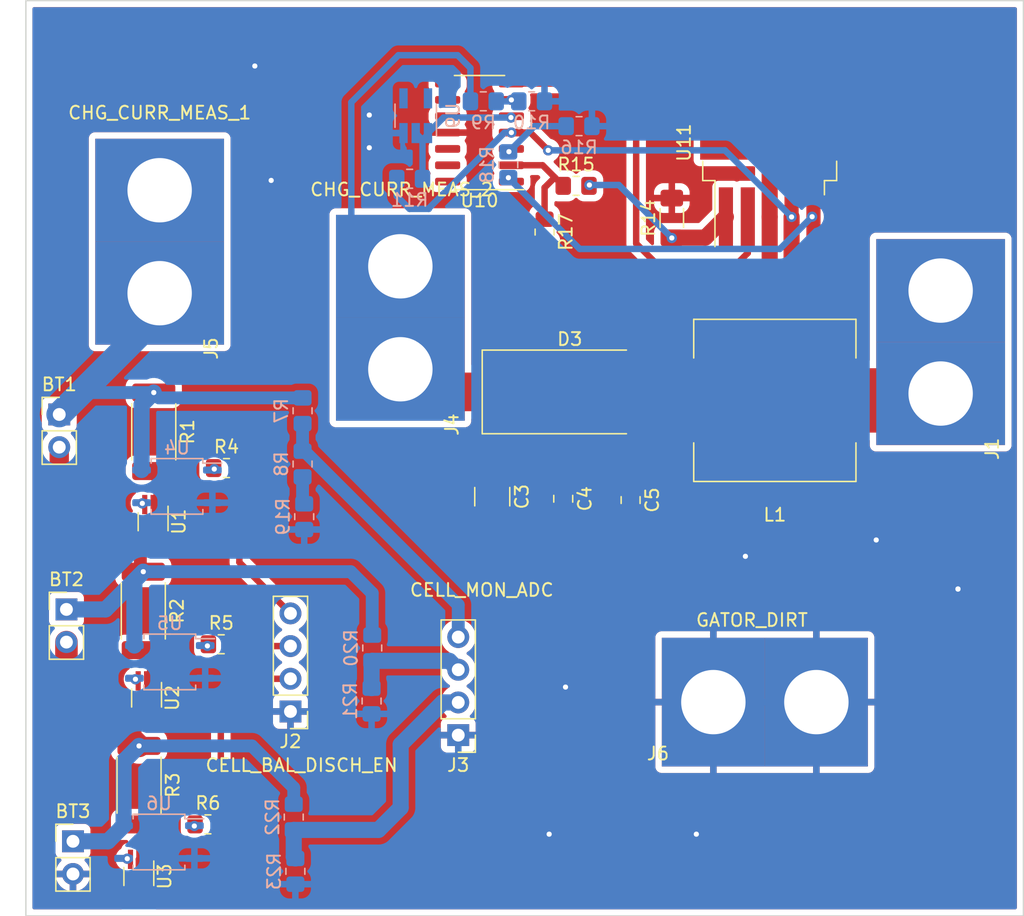
<source format=kicad_pcb>
(kicad_pcb (version 20211014) (generator pcbnew)
  (layers (0 "F.Cu" signal) (31 "B.Cu" signal) (34 "B.Paste" user) (35 "F.Paste" user) (36 "B.SilkS" user "B.Silkscreen") (37 "F.SilkS" user "F.Silkscreen") (38 "B.Mask" user) (39 "F.Mask" user) (44 "Edge.Cuts" user))
  (net 0 "")
  (net 1 "GND")
  (net 2 "+BATT")
  (net 3 "Net-(D3-Pad2)")
  (net 4 "VBUS")
  (net 5 "Net-(R1-Pad2)")
  (net 6 "Net-(BT1-Pad2)")
  (net 7 "Net-(R2-Pad2)")
  (net 8 "Net-(BT2-Pad2)")
  (net 9 "Net-(R3-Pad2)")
  (net 10 "Net-(R5-Pad1)")
  (net 11 "Net-(R6-Pad1)")
  (net 12 "Net-(J2-Pad4)")
  (net 13 "Net-(J2-Pad3)")
  (net 14 "Net-(J2-Pad2)")
  (net 15 "Net-(R14-Pad1)")
  (net 16 "Net-(U1-Pad3)")
  (net 17 "Net-(U2-Pad3)")
  (net 18 "Net-(U3-Pad3)")
  (net 19 "Net-(U10-Pad7)")
  (net 20 "Net-(R18-Pad2)")
  (net 21 "Net-(J3-Pad2)")
  (net 22 "Net-(J3-Pad3)")
  (net 23 "Net-(J3-Pad4)")
  (net 24 "Net-(R4-Pad1)")
  (net 25 "Net-(R19-Pad1)")
  (net 26 "Net-(R10-Pad1)")
  (net 27 "Net-(R11-Pad2)")
  (net 28 "Net-(R15-Pad1)")
  (net 29 "Net-(R16-Pad1)")
  (net 30 "Net-(BT1-Pad1)")
  (footprint "Resistor_SMD:R_2512_6332Metric_Pad1.40x3.35mm_HandSolder" (layer "F.Cu") (at 31.9786 107.1138 -90)
    (fp_text reference "R2" (at 0 -2.62 90) (layer "F.SilkS"))
    (fp_text value "28.7")
    (pad "1" smd roundrect (at -3.05 0 270) (size 1.4 3.35) (layers "F.Cu" "F.Paste" "F.Mask") (roundrect_rratio 0.1785707143) (net 6 "Net-(BT1-Pad2)"))
    (pad "2" smd roundrect (at 3.05 0 270) (size 1.4 3.35) (layers "F.Cu" "F.Paste" "F.Mask") (roundrect_rratio 0.1785707143) (net 7 "Net-(R2-Pad2)"))
  )
  (footprint "Package_TO_SOT_SMD:TO-263-5_TabPin3" (layer "F.Cu") (at 80.626 70.7224 90)
    (fp_text reference "U11" (at 0 -6.65 90) (layer "F.SilkS"))
    (fp_text value "XL6009")
    (pad "1" smd rect (at -5.775 -3.4 90) (size 4.6 1.1) (layers "F.Cu" "F.Paste" "F.Mask") (net 15 "Net-(R14-Pad1)"))
    (pad "2" smd rect (at -5.775 -1.7 90) (size 4.6 1.1) (layers "F.Cu" "F.Paste" "F.Mask") (net 19 "Net-(U10-Pad7)"))
    (pad "3" smd rect (at -5.775 0 90) (size 4.6 1.1) (layers "F.Cu" "F.Paste" "F.Mask") (net 3 "Net-(D3-Pad2)"))
    (pad "3" smd rect (at 3.375 0 90) (size 9.4 10.8) (layers "F.Cu" "F.Mask") (net 3 "Net-(D3-Pad2)"))
    (pad "4" smd rect (at -5.775 1.7 90) (size 4.6 1.1) (layers "F.Cu" "F.Paste" "F.Mask") (net 4 "VBUS"))
    (pad "5" smd rect (at -5.775 3.4 90) (size 4.6 1.1) (layers "F.Cu" "F.Paste" "F.Mask") (net 20 "Net-(R18-Pad2)"))
  )
  (footprint "1KicadLib:GatorTestpoint" (layer "F.Cu") (at 71.7518 112.8984)
    (fp_text reference "J6" (at 0.2 5.3) (layer "F.SilkS"))
    (fp_text value "GATOR_DIRT" (at 7.4962 -5.0754) (layer "F.SilkS"))
    (pad "1" thru_hole rect locked (at 4.5 1.3) (size 8 10) (drill 5) (layers *.Cu *.Mask) (net 1 "GND"))
    (pad "1" thru_hole rect locked (at 12.5 1.3) (size 8 10) (drill 5) (layers *.Cu *.Mask) (net 1 "GND"))
  )
  (footprint "Resistor_SMD:R_0805_2012Metric_Pad1.20x1.40mm_HandSolder" (layer "F.Cu") (at 65.5922 74.0824)
    (fp_text reference "R15" (at 0 -1.65) (layer "F.SilkS"))
    (fp_text value "1k")
    (pad "1" smd roundrect (at -1 0) (size 1.2 1.4) (layers "F.Cu" "F.Paste" "F.Mask") (roundrect_rratio 0.2083333333) (net 28 "Net-(R15-Pad1)"))
    (pad "2" smd roundrect (at 1 0) (size 1.2 1.4) (layers "F.Cu" "F.Paste" "F.Mask") (roundrect_rratio 0.2083333333) (net 15 "Net-(R14-Pad1)"))
  )
  (footprint "Package_SO:SOIC-14_3.9x8.7mm_P1.27mm" (layer "F.Cu") (at 58.0898 69.9422 180)
    (fp_text reference "U10" (at 0 -5.28) (layer "F.SilkS"))
    (fp_text value "LM324")
    (pad "1" smd roundrect (at -2.475 -3.81 180) (size 1.95 0.6) (layers "F.Cu" "F.Paste" "F.Mask") (net 20 "Net-(R18-Pad2)"))
    (pad "2" smd roundrect (at -2.475 -2.54 180) (size 1.95 0.6) (layers "F.Cu" "F.Paste" "F.Mask") (net 28 "Net-(R15-Pad1)"))
    (pad "3" smd roundrect (at -2.475 -1.27 180) (size 1.95 0.6) (layers "F.Cu" "F.Paste" "F.Mask") (net 29 "Net-(R16-Pad1)"))
    (pad "4" smd roundrect (at -2.475 0 180) (size 1.95 0.6) (layers "F.Cu" "F.Paste" "F.Mask") (net 4 "VBUS"))
    (pad "5" smd roundrect (at -2.475 1.27 180) (size 1.95 0.6) (layers "F.Cu" "F.Paste" "F.Mask") (net 27 "Net-(R11-Pad2)"))
    (pad "6" smd roundrect (at -2.475 2.54 180) (size 1.95 0.6) (layers "F.Cu" "F.Paste" "F.Mask") (net 26 "Net-(R10-Pad1)"))
    (pad "7" smd roundrect (at -2.475 3.81 180) (size 1.95 0.6) (layers "F.Cu" "F.Paste" "F.Mask") (net 19 "Net-(U10-Pad7)"))
    (pad "8" smd roundrect (at 2.475 3.81 180) (size 1.95 0.6) (layers "F.Cu" "F.Paste" "F.Mask"))
    (pad "9" smd roundrect (at 2.475 2.54 180) (size 1.95 0.6) (layers "F.Cu" "F.Paste" "F.Mask"))
    (pad "10" smd roundrect (at 2.475 1.27 180) (size 1.95 0.6) (layers "F.Cu" "F.Paste" "F.Mask"))
    (pad "11" smd roundrect (at 2.475 0 180) (size 1.95 0.6) (layers "F.Cu" "F.Paste" "F.Mask") (net 1 "GND"))
    (pad "12" smd roundrect (at 2.475 -1.27 180) (size 1.95 0.6) (layers "F.Cu" "F.Paste" "F.Mask"))
    (pad "13" smd roundrect (at 2.475 -2.54 180) (size 1.95 0.6) (layers "F.Cu" "F.Paste" "F.Mask"))
    (pad "14" smd roundrect (at 2.475 -3.81 180) (size 1.95 0.6) (layers "F.Cu" "F.Paste" "F.Mask"))
  )
  (footprint "1KicadLib:GatorTestpoint" (layer "F.Cu") (at 31.9486 86.922 90)
    (fp_text reference "J5" (at 0.2 5.3 90) (layer "F.SilkS"))
    (fp_text value "CHG_CURR_MEAS_1" (at 18.5198 1.3 180) (layer "F.SilkS"))
    (pad "1" thru_hole rect locked (at 12.5 1.3 90) (size 8 10) (drill 5) (layers *.Cu *.Mask) (net 30 "Net-(BT1-Pad1)"))
    (pad "1" thru_hole rect locked (at 4.5 1.3 90) (size 8 10) (drill 5) (layers *.Cu *.Mask) (net 30 "Net-(BT1-Pad1)"))
  )
  (footprint "Resistor_SMD:R_0805_2012Metric_Pad1.20x1.40mm_HandSolder" (layer "F.Cu") (at 38.4396 96.012)
    (fp_text reference "R4" (at 0 -1.65) (layer "F.SilkS"))
    (fp_text value "200")
    (pad "1" smd roundrect (at -1 0) (size 1.2 1.4) (layers "F.Cu" "F.Paste" "F.Mask") (roundrect_rratio 0.2083333333) (net 24 "Net-(R4-Pad1)"))
    (pad "2" smd roundrect (at 1 0) (size 1.2 1.4) (layers "F.Cu" "F.Paste" "F.Mask") (roundrect_rratio 0.2083333333) (net 12 "Net-(J2-Pad4)"))
  )
  (footprint "Package_TO_SOT_SMD:SOT-363_SC-70-6_Handsoldering" (layer "F.Cu") (at 31.6334 127.7458 -90)
    (fp_text reference "U3" (at 0 -2 90) (layer "F.SilkS"))
    (fp_text value "BSD316")
    (pad "1" smd rect (at -1.33 -0.65 270) (size 1.5 0.4) (layers "F.Cu" "F.Paste" "F.Mask") (net 9 "Net-(R3-Pad2)"))
    (pad "2" smd rect (at -1.33 0 270) (size 1.5 0.4) (layers "F.Cu" "F.Paste" "F.Mask") (net 9 "Net-(R3-Pad2)"))
    (pad "3" smd rect (at -1.33 0.65 270) (size 1.5 0.4) (layers "F.Cu" "F.Paste" "F.Mask") (net 18 "Net-(U3-Pad3)"))
    (pad "4" smd rect (at 1.33 0.65 270) (size 1.5 0.4) (layers "F.Cu" "F.Paste" "F.Mask") (net 1 "GND"))
    (pad "5" smd rect (at 1.33 0 270) (size 1.5 0.4) (layers "F.Cu" "F.Paste" "F.Mask") (net 9 "Net-(R3-Pad2)"))
    (pad "6" smd rect (at 1.33 -0.65 270) (size 1.5 0.4) (layers "F.Cu" "F.Paste" "F.Mask") (net 9 "Net-(R3-Pad2)"))
  )
  (footprint "Inductor_SMD:L_12x12mm_H4.5mm" (layer "F.Cu") (at 81.026 90.7542 180)
    (fp_text reference "L1" (at 0 -8.89) (layer "F.SilkS"))
    (fp_text value "33uH")
    (pad "1" smd rect (at -4.95 0 180) (size 2.9 5.4) (layers "F.Cu" "F.Paste" "F.Mask") (net 4 "VBUS"))
    (pad "2" smd rect (at 4.95 0 180) (size 2.9 5.4) (layers "F.Cu" "F.Paste" "F.Mask") (net 3 "Net-(D3-Pad2)"))
  )
  (footprint "Capacitor_SMD:C_1210_3225Metric_Pad1.33x2.70mm_HandSolder" (layer "F.Cu") (at 59.0804 98.2349 -90)
    (fp_text reference "C3" (at 0 -2.3 90) (layer "F.SilkS"))
    (fp_text value "100uF")
    (pad "1" smd roundrect (at -1.5625 0 270) (size 1.325 2.7) (layers "F.Cu" "F.Paste" "F.Mask") (roundrect_rratio 0.1886792453) (net 2 "+BATT"))
    (pad "2" smd roundrect (at 1.5625 0 270) (size 1.325 2.7) (layers "F.Cu" "F.Paste" "F.Mask") (roundrect_rratio 0.1886792453) (net 1 "GND"))
  )
  (footprint "Package_TO_SOT_SMD:SOT-363_SC-70-6_Handsoldering" (layer "F.Cu") (at 32.2326 113.8774 -90)
    (fp_text reference "U2" (at 0 -2 90) (layer "F.SilkS"))
    (fp_text value "BSD316")
    (pad "1" smd rect (at -1.33 -0.65 270) (size 1.5 0.4) (layers "F.Cu" "F.Paste" "F.Mask") (net 7 "Net-(R2-Pad2)"))
    (pad "2" smd rect (at -1.33 0 270) (size 1.5 0.4) (layers "F.Cu" "F.Paste" "F.Mask") (net 7 "Net-(R2-Pad2)"))
    (pad "3" smd rect (at -1.33 0.65 270) (size 1.5 0.4) (layers "F.Cu" "F.Paste" "F.Mask") (net 17 "Net-(U2-Pad3)"))
    (pad "4" smd rect (at 1.33 0.65 270) (size 1.5 0.4) (layers "F.Cu" "F.Paste" "F.Mask") (net 8 "Net-(BT2-Pad2)"))
    (pad "5" smd rect (at 1.33 0 270) (size 1.5 0.4) (layers "F.Cu" "F.Paste" "F.Mask") (net 7 "Net-(R2-Pad2)"))
    (pad "6" smd rect (at 1.33 -0.65 270) (size 1.5 0.4) (layers "F.Cu" "F.Paste" "F.Mask") (net 7 "Net-(R2-Pad2)"))
  )
  (footprint "Capacitor_SMD:C_0805_2012Metric_Pad1.18x1.45mm_HandSolder" (layer "F.Cu") (at 64.5922 98.3957 -90)
    (fp_text reference "C4" (at 0 -1.68 90) (layer "F.SilkS"))
    (fp_text value "1uF")
    (pad "1" smd roundrect (at -1.0375 0 270) (size 1.175 1.45) (layers "F.Cu" "F.Paste" "F.Mask") (roundrect_rratio 0.2127659574) (net 2 "+BATT"))
    (pad "2" smd roundrect (at 1.0375 0 270) (size 1.175 1.45) (layers "F.Cu" "F.Paste" "F.Mask") (roundrect_rratio 0.2127659574) (net 1 "GND"))
  )
  (footprint "1KicadLib:GatorTestpoint" (layer "F.Cu") (at 92.6038 94.7198 90)
    (fp_text reference "J1" (at 0.2 5.3 90) (layer "F.SilkS"))
    (fp_text value "VIN")
    (pad "1" thru_hole rect locked (at 4.5 1.3 90) (size 8 10) (drill 5) (layers *.Cu *.Mask) (net 4 "VBUS"))
    (pad "1" thru_hole rect locked (at 12.5 1.3 90) (size 8 10) (drill 5) (layers *.Cu *.Mask) (net 4 "VBUS"))
  )
  (footprint "Capacitor_SMD:C_0805_2012Metric_Pad1.18x1.45mm_HandSolder" (layer "F.Cu") (at 69.8246 98.4973 -90)
    (fp_text reference "C5" (at 0 -1.68 90) (layer "F.SilkS"))
    (fp_text value "100nF")
    (pad "1" smd roundrect (at -1.0375 0 270) (size 1.175 1.45) (layers "F.Cu" "F.Paste" "F.Mask") (roundrect_rratio 0.2127659574) (net 2 "+BATT"))
    (pad "2" smd roundrect (at 1.0375 0 270) (size 1.175 1.45) (layers "F.Cu" "F.Paste" "F.Mask") (roundrect_rratio 0.2127659574) (net 1 "GND"))
  )
  (footprint "Package_TO_SOT_SMD:SOT-363_SC-70-6_Handsoldering" (layer "F.Cu") (at 32.7406 100.1776 -90)
    (fp_text reference "U1" (at 0 -2 90) (layer "F.SilkS"))
    (fp_text value "BSD316")
    (pad "1" smd rect (at -1.33 -0.65 270) (size 1.5 0.4) (layers "F.Cu" "F.Paste" "F.Mask") (net 5 "Net-(R1-Pad2)"))
    (pad "2" smd rect (at -1.33 0 270) (size 1.5 0.4) (layers "F.Cu" "F.Paste" "F.Mask") (net 5 "Net-(R1-Pad2)"))
    (pad "3" smd rect (at -1.33 0.65 270) (size 1.5 0.4) (layers "F.Cu" "F.Paste" "F.Mask") (net 16 "Net-(U1-Pad3)"))
    (pad "4" smd rect (at 1.33 0.65 270) (size 1.5 0.4) (layers "F.Cu" "F.Paste" "F.Mask") (net 6 "Net-(BT1-Pad2)"))
    (pad "5" smd rect (at 1.33 0 270) (size 1.5 0.4) (layers "F.Cu" "F.Paste" "F.Mask") (net 5 "Net-(R1-Pad2)"))
    (pad "6" smd rect (at 1.33 -0.65 270) (size 1.5 0.4) (layers "F.Cu" "F.Paste" "F.Mask") (net 5 "Net-(R1-Pad2)"))
  )
  (footprint "Resistor_SMD:R_2512_6332Metric_Pad1.40x3.35mm_HandSolder" (layer "F.Cu") (at 31.6484 120.652 -90)
    (fp_text reference "R3" (at 0 -2.62 90) (layer "F.SilkS"))
    (fp_text value "28.7")
    (pad "1" smd roundrect (at -3.05 0 270) (size 1.4 3.35) (layers "F.Cu" "F.Paste" "F.Mask") (roundrect_rratio 0.1785707143) (net 8 "Net-(BT2-Pad2)"))
    (pad "2" smd roundrect (at 3.05 0 270) (size 1.4 3.35) (layers "F.Cu" "F.Paste" "F.Mask") (roundrect_rratio 0.1785707143) (net 9 "Net-(R3-Pad2)"))
  )
  (footprint "Connector_PinHeader_2.54mm:PinHeader_1x02_P2.54mm_Vertical" (layer "F.Cu") (at 25.4508 91.8464)
    (fp_text reference "BT1" (at 0 -2.33) (layer "F.SilkS"))
    (fp_text value "Battery_Cell")
    (pad "1" thru_hole rect (at 0 0) (size 1.7 1.7) (drill 1) (layers *.Cu *.Mask) (net 30 "Net-(BT1-Pad1)"))
    (pad "2" thru_hole oval (at 0 2.54) (size 1.7 1.7) (drill 1) (layers *.Cu *.Mask) (net 6 "Net-(BT1-Pad2)"))
  )
  (footprint "1KicadLib:GatorTestpoint" (layer "F.Cu") (at 50.643 92.834 90)
    (fp_text reference "J4" (at 0.2 5.3 90) (layer "F.SilkS"))
    (fp_text value "CHG_CURR_MEAS_2" (at 18.4628 1.4016 180) (layer "F.SilkS"))
    (pad "1" thru_hole rect locked (at 4.5 1.3 90) (size 8 10) (drill 5) (layers *.Cu *.Mask) (net 2 "+BATT"))
    (pad "1" thru_hole rect locked (at 12.5 1.3 90) (size 8 10) (drill 5) (layers *.Cu *.Mask) (net 2 "+BATT"))
  )
  (footprint "Connector_PinHeader_2.54mm:PinHeader_1x02_P2.54mm_Vertical" (layer "F.Cu") (at 26.5176 125.0138)
    (fp_text reference "BT3" (at 0 -2.33) (layer "F.SilkS"))
    (fp_text value "Battery_Cell")
    (pad "1" thru_hole rect (at 0 0) (size 1.7 1.7) (drill 1) (layers *.Cu *.Mask) (net 8 "Net-(BT2-Pad2)"))
    (pad "2" thru_hole oval (at 0 2.54) (size 1.7 1.7) (drill 1) (layers *.Cu *.Mask) (net 1 "GND"))
  )
  (footprint "Connector_PinHeader_2.54mm:PinHeader_1x04_P2.54mm_Vertical" (layer "F.Cu") (at 56.4388 116.7638 180)
    (fp_text reference "J3" (at 0 -2.33) (layer "F.SilkS"))
    (fp_text value "CELL_MON_ADC" (at -1.8288 11.2776) (layer "F.SilkS"))
    (pad "1" thru_hole rect (at 0 0 180) (size 1.7 1.7) (drill 1) (layers *.Cu *.Mask) (net 1 "GND"))
    (pad "2" thru_hole oval (at 0 2.54 180) (size 1.7 1.7) (drill 1) (layers *.Cu *.Mask) (net 21 "Net-(J3-Pad2)"))
    (pad "3" thru_hole oval (at 0 5.08 180) (size 1.7 1.7) (drill 1) (layers *.Cu *.Mask) (net 22 "Net-(J3-Pad3)"))
    (pad "4" thru_hole oval (at 0 7.62 180) (size 1.7 1.7) (drill 1) (layers *.Cu *.Mask) (net 23 "Net-(J3-Pad4)"))
  )
  (footprint "Resistor_SMD:R_0805_2012Metric_Pad1.20x1.40mm_HandSolder" (layer "F.Cu") (at 38.0332 109.7026)
    (fp_text reference "R5" (at 0 -1.65) (layer "F.SilkS"))
    (fp_text value "200")
    (pad "1" smd roundrect (at -1 0) (size 1.2 1.4) (layers "F.Cu" "F.Paste" "F.Mask") (roundrect_rratio 0.2083333333) (net 10 "Net-(R5-Pad1)"))
    (pad "2" smd roundrect (at 1 0) (size 1.2 1.4) (layers "F.Cu" "F.Paste" "F.Mask") (roundrect_rratio 0.2083333333) (net 13 "Net-(J2-Pad3)"))
  )
  (footprint "Connector_PinHeader_2.54mm:PinHeader_1x04_P2.54mm_Vertical" (layer "F.Cu") (at 43.4086 114.925 180)
    (fp_text reference "J2" (at 0 -2.33) (layer "F.SilkS"))
    (fp_text value "CELL_BAL_DISCH_EN" (at -0.8636 -4.1756) (layer "F.SilkS"))
    (pad "1" thru_hole rect (at 0 0 180) (size 1.7 1.7) (drill 1) (layers *.Cu *.Mask) (net 1 "GND"))
    (pad "2" thru_hole oval (at 0 2.54 180) (size 1.7 1.7) (drill 1) (layers *.Cu *.Mask) (net 14 "Net-(J2-Pad2)"))
    (pad "3" thru_hole oval (at 0 5.08 180) (size 1.7 1.7) (drill 1) (layers *.Cu *.Mask) (net 13 "Net-(J2-Pad3)"))
    (pad "4" thru_hole oval (at 0 7.62 180) (size 1.7 1.7) (drill 1) (layers *.Cu *.Mask) (net 12 "Net-(J2-Pad4)"))
  )
  (footprint "Resistor_SMD:R_2512_6332Metric_Pad1.40x3.35mm_HandSolder" (layer "F.Cu") (at 32.7914 93.1946 -90)
    (fp_text reference "R1" (at 0 -2.62 90) (layer "F.SilkS"))
    (fp_text value "28.7")
    (pad "1" smd roundrect (at -3.05 0 270) (size 1.4 3.35) (layers "F.Cu" "F.Paste" "F.Mask") (roundrect_rratio 0.1785707143) (net 30 "Net-(BT1-Pad1)"))
    (pad "2" smd roundrect (at 3.05 0 270) (size 1.4 3.35) (layers "F.Cu" "F.Paste" "F.Mask") (roundrect_rratio 0.1785707143) (net 5 "Net-(R1-Pad2)"))
  )
  (footprint "Resistor_SMD:R_0805_2012Metric_Pad1.20x1.40mm_HandSolder" (layer "F.Cu") (at 63.1444 77.6732 -90)
    (fp_text reference "R17" (at 0 -1.65 90) (layer "F.SilkS"))
    (fp_text value "12.5k")
    (pad "1" smd roundrect (at -1 0 270) (size 1.2 1.4) (layers "F.Cu" "F.Paste" "F.Mask") (roundrect_rratio 0.2083333333) (net 28 "Net-(R15-Pad1)"))
    (pad "2" smd roundrect (at 1 0 270) (size 1.2 1.4) (layers "F.Cu" "F.Paste" "F.Mask") (roundrect_rratio 0.2083333333) (net 1 "GND"))
  )
  (footprint "Connector_PinHeader_2.54mm:PinHeader_1x02_P2.54mm_Vertical" (layer "F.Cu") (at 26.0096 106.9952)
    (fp_text reference "BT2" (at 0 -2.33) (layer "F.SilkS"))
    (fp_text value "Battery_Cell")
    (pad "1" thru_hole rect (at 0 0) (size 1.7 1.7) (drill 1) (layers *.Cu *.Mask) (net 6 "Net-(BT1-Pad2)"))
    (pad "2" thru_hole oval (at 0 2.54) (size 1.7 1.7) (drill 1) (layers *.Cu *.Mask) (net 8 "Net-(BT2-Pad2)"))
  )
  (footprint "Resistor_SMD:R_0805_2012Metric_Pad1.20x1.40mm_HandSolder" (layer "F.Cu") (at 36.9984 123.698)
    (fp_text reference "R6" (at 0 -1.65) (layer "F.SilkS"))
    (fp_text value "200")
    (pad "1" smd roundrect (at -1 0) (size 1.2 1.4) (layers "F.Cu" "F.Paste" "F.Mask") (roundrect_rratio 0.2083333333) (net 11 "Net-(R6-Pad1)"))
    (pad "2" smd roundrect (at 1 0) (size 1.2 1.4) (layers "F.Cu" "F.Paste" "F.Mask") (roundrect_rratio 0.2083333333) (net 14 "Net-(J2-Pad2)"))
  )
  (footprint "Diode_SMD:D_SMC_Handsoldering" (layer "F.Cu") (at 65.1002 90.0938)
    (fp_text reference "D3" (at 0 -4.1) (layer "F.SilkS"))
    (fp_text value "SS34")
    (pad "1" smd rect (at -4.4 0 90) (size 3.3 4.5) (layers "F.Cu" "F.Paste" "F.Mask") (net 2 "+BATT"))
    (pad "2" smd rect (at 4.4 0 90) (size 3.3 4.5) (layers "F.Cu" "F.Paste" "F.Mask") (net 3 "Net-(D3-Pad2)"))
  )
  (footprint "Resistor_SMD:R_1206_3216Metric_Pad1.30x1.75mm_HandSolder" (layer "F.Cu") (at 73.025 76.5816 90)
    (fp_text reference "R14" (at 0 -1.82 90) (layer "F.SilkS"))
    (fp_text value ".1")
    (pad "1" smd roundrect (at -1.55 0 90) (size 1.3 1.75) (layers "F.Cu" "F.Paste" "F.Mask") (roundrect_rratio 0.1923076923) (net 15 "Net-(R14-Pad1)"))
    (pad "2" smd roundrect (at 1.55 0 90) (size 1.3 1.75) (layers "F.Cu" "F.Paste" "F.Mask") (roundrect_rratio 0.1923076923) (net 1 "GND"))
  )
  (footprint "Resistor_SMD:R_0805_2012Metric_Pad1.20x1.40mm_HandSolder" (layer "B.Cu") (at 43.6626 123.1298 -90)
    (fp_text reference "R22" (at 0 1.65 90) (layer "B.SilkS") (effects (justify mirror)))
    (fp_text value "56k")
    (pad "1" smd roundrect (at -1 0 270) (size 1.2 1.4) (layers "B.Cu" "B.Paste" "B.Mask") (roundrect_rratio 0.2083333333) (net 8 "Net-(BT2-Pad2)"))
    (pad "2" smd roundrect (at 1 0 270) (size 1.2 1.4) (layers "B.Cu" "B.Paste" "B.Mask") (roundrect_rratio 0.2083333333) (net 21 "Net-(J3-Pad2)"))
  )
  (footprint "Resistor_SMD:R_0805_2012Metric_Pad1.20x1.40mm_HandSolder" (layer "B.Cu") (at 58.3852 67.5132)
    (fp_text reference "R9" (at 0 1.65) (layer "B.SilkS") (effects (justify mirror)))
    (fp_text value "100k")
    (pad "1" smd roundrect (at -1 0) (size 1.2 1.4) (layers "B.Cu" "B.Paste" "B.Mask") (roundrect_rratio 0.2083333333) (net 2 "+BATT"))
    (pad "2" smd roundrect (at 1 0) (size 1.2 1.4) (layers "B.Cu" "B.Paste" "B.Mask") (roundrect_rratio 0.2083333333) (net 26 "Net-(R10-Pad1)"))
  )
  (footprint "Resistor_SMD:R_0805_2012Metric_Pad1.20x1.40mm_HandSolder" (layer "B.Cu") (at 44.4754 99.7872 -90)
    (fp_text reference "R19" (at 0 1.65 90) (layer "B.SilkS") (effects (justify mirror)))
    (fp_text value "390")
    (pad "1" smd roundrect (at -1 0 270) (size 1.2 1.4) (layers "B.Cu" "B.Paste" "B.Mask") (roundrect_rratio 0.2083333333) (net 25 "Net-(R19-Pad1)"))
    (pad "2" smd roundrect (at 1 0 270) (size 1.2 1.4) (layers "B.Cu" "B.Paste" "B.Mask") (roundrect_rratio 0.2083333333) (net 1 "GND"))
  )
  (footprint "Resistor_SMD:R_0805_2012Metric_Pad1.20x1.40mm_HandSolder" (layer "B.Cu") (at 49.7078 114.1128 -90)
    (fp_text reference "R21" (at 0 1.65 90) (layer "B.SilkS") (effects (justify mirror)))
    (fp_text value "68k")
    (pad "1" smd roundrect (at -1 0 270) (size 1.2 1.4) (layers "B.Cu" "B.Paste" "B.Mask") (roundrect_rratio 0.2083333333) (net 22 "Net-(J3-Pad3)"))
    (pad "2" smd roundrect (at 1 0 270) (size 1.2 1.4) (layers "B.Cu" "B.Paste" "B.Mask") (roundrect_rratio 0.2083333333) (net 1 "GND"))
  )
  (footprint "Resistor_SMD:R_0805_2012Metric_Pad1.20x1.40mm_HandSolder" (layer "B.Cu") (at 43.7896 127.3462 -90)
    (fp_text reference "R23" (at 0 1.65 90) (layer "B.SilkS") (effects (justify mirror)))
    (fp_text value "68k")
    (pad "1" smd roundrect (at -1 0 270) (size 1.2 1.4) (layers "B.Cu" "B.Paste" "B.Mask") (roundrect_rratio 0.2083333333) (net 21 "Net-(J3-Pad2)"))
    (pad "2" smd roundrect (at 1 0 270) (size 1.2 1.4) (layers "B.Cu" "B.Paste" "B.Mask") (roundrect_rratio 0.2083333333) (net 1 "GND"))
  )
  (footprint "Resistor_SMD:R_0805_2012Metric_Pad1.20x1.40mm_HandSolder" (layer "B.Cu") (at 52.6636 73.533)
    (fp_text reference "R11" (at 0 1.65) (layer "B.SilkS") (effects (justify mirror)))
    (fp_text value "500")
    (pad "1" smd roundrect (at -1 0) (size 1.2 1.4) (layers "B.Cu" "B.Paste" "B.Mask") (roundrect_rratio 0.2083333333) (net 4 "VBUS"))
    (pad "2" smd roundrect (at 1 0) (size 1.2 1.4) (layers "B.Cu" "B.Paste" "B.Mask") (roundrect_rratio 0.2083333333) (net 27 "Net-(R11-Pad2)"))
  )
  (footprint "Resistor_SMD:R_0805_2012Metric_Pad1.20x1.40mm_HandSolder" (layer "B.Cu") (at 60.325 72.4408 -90)
    (fp_text reference "R18" (at 0 1.65 90) (layer "B.SilkS") (effects (justify mirror)))
    (fp_text value "12.5k")
    (pad "1" smd roundrect (at -1 0 270) (size 1.2 1.4) (layers "B.Cu" "B.Paste" "B.Mask") (roundrect_rratio 0.2083333333) (net 29 "Net-(R16-Pad1)"))
    (pad "2" smd roundrect (at 1 0 270) (size 1.2 1.4) (layers "B.Cu" "B.Paste" "B.Mask") (roundrect_rratio 0.2083333333) (net 20 "Net-(R18-Pad2)"))
  )
  (footprint "Package_SO:SOP-4_3.8x4.1mm_P2.54mm" (layer "B.Cu") (at 33.1978 125.0696 180)
    (fp_text reference "U6" (at 0 3) (layer "B.SilkS") (effects (justify mirror)))
    (fp_text value "PC817")
    (pad "1" smd roundrect (at -2.75 1.27 180) (size 1.45 0.55) (layers "B.Cu" "B.Paste" "B.Mask") (net 11 "Net-(R6-Pad1)"))
    (pad "2" smd roundrect (at -2.75 -1.27 180) (size 1.45 0.55) (layers "B.Cu" "B.Paste" "B.Mask") (net 1 "GND"))
    (pad "3" smd roundrect (at 2.75 -1.27 180) (size 1.45 0.55) (layers "B.Cu" "B.Paste" "B.Mask") (net 18 "Net-(U3-Pad3)"))
    (pad "4" smd roundrect (at 2.75 1.27 180) (size 1.45 0.55) (layers "B.Cu" "B.Paste" "B.Mask") (net 8 "Net-(BT2-Pad2)"))
  )
  (footprint "Resistor_SMD:R_0805_2012Metric_Pad1.20x1.40mm_HandSolder" (layer "B.Cu") (at 65.8208 69.4436)
    (fp_text reference "R16" (at 0 1.65) (layer "B.SilkS") (effects (justify mirror)))
    (fp_text value "1k")
    (pad "1" smd roundrect (at -1 0) (size 1.2 1.4) (layers "B.Cu" "B.Paste" "B.Mask") (roundrect_rratio 0.2083333333) (net 29 "Net-(R16-Pad1)"))
    (pad "2" smd roundrect (at 1 0) (size 1.2 1.4) (layers "B.Cu" "B.Paste" "B.Mask") (roundrect_rratio 0.2083333333) (net 1 "GND"))
  )
  (footprint "Package_SO:SOP-4_3.8x4.1mm_P2.54mm" (layer "B.Cu") (at 34.5948 97.4344 180)
    (fp_text reference "U4" (at 0 3) (layer "B.SilkS") (effects (justify mirror)))
    (fp_text value "PC817")
    (pad "1" smd roundrect (at -2.75 1.27 180) (size 1.45 0.55) (layers "B.Cu" "B.Paste" "B.Mask") (net 24 "Net-(R4-Pad1)"))
    (pad "2" smd roundrect (at -2.75 -1.27 180) (size 1.45 0.55) (layers "B.Cu" "B.Paste" "B.Mask") (net 1 "GND"))
    (pad "3" smd roundrect (at 2.75 -1.27 180) (size 1.45 0.55) (layers "B.Cu" "B.Paste" "B.Mask") (net 16 "Net-(U1-Pad3)"))
    (pad "4" smd roundrect (at 2.75 1.27 180) (size 1.45 0.55) (layers "B.Cu" "B.Paste" "B.Mask") (net 30 "Net-(BT1-Pad1)"))
  )
  (footprint "Resistor_SMD:R_0805_2012Metric_Pad1.20x1.40mm_HandSolder" (layer "B.Cu") (at 49.7586 109.9914 -90)
    (fp_text reference "R20" (at 0 1.65 90) (layer "B.SilkS") (effects (justify mirror)))
    (fp_text value "180k")
    (pad "1" smd roundrect (at -1 0 270) (size 1.2 1.4) (layers "B.Cu" "B.Paste" "B.Mask") (roundrect_rratio 0.2083333333) (net 6 "Net-(BT1-Pad2)"))
    (pad "2" smd roundrect (at 1 0 270) (size 1.2 1.4) (layers "B.Cu" "B.Paste" "B.Mask") (roundrect_rratio 0.2083333333) (net 22 "Net-(J3-Pad3)"))
  )
  (footprint "Package_SO:SOP-4_3.8x4.1mm_P2.54mm" (layer "B.Cu") (at 34.036 111.0742 180)
    (fp_text reference "U5" (at 0 3) (layer "B.SilkS") (effects (justify mirror)))
    (fp_text value "PC817")
    (pad "1" smd roundrect (at -2.75 1.27 180) (size 1.45 0.55) (layers "B.Cu" "B.Paste" "B.Mask") (net 10 "Net-(R5-Pad1)"))
    (pad "2" smd roundrect (at -2.75 -1.27 180) (size 1.45 0.55) (layers "B.Cu" "B.Paste" "B.Mask") (net 1 "GND"))
    (pad "3" smd roundrect (at 2.75 -1.27 180) (size 1.45 0.55) (layers "B.Cu" "B.Paste" "B.Mask") (net 17 "Net-(U2-Pad3)"))
    (pad "4" smd roundrect (at 2.75 1.27 180) (size 1.45 0.55) (layers "B.Cu" "B.Paste" "B.Mask") (net 6 "Net-(BT1-Pad2)"))
  )
  (footprint "Package_TO_SOT_SMD:SOT-23-5_HandSoldering" (layer "B.Cu") (at 53.1368 68.6308 90)
    (fp_text reference "U9" (at 0 2.9 90) (layer "B.SilkS") (effects (justify mirror)))
    (fp_text value "AS431")
    (pad "1" smd rect (at -1.35 0.95 90) (size 1.56 0.65) (layers "B.Cu" "B.Paste" "B.Mask") (net 27 "Net-(R11-Pad2)"))
    (pad "2" smd rect (at -1.35 0 90) (size 1.56 0.65) (layers "B.Cu" "B.Paste" "B.Mask") (net 27 "Net-(R11-Pad2)"))
    (pad "3" smd rect (at -1.35 -0.95 90) (size 1.56 0.65) (layers "B.Cu" "B.Paste" "B.Mask") (net 1 "GND"))
    (pad "4" smd rect (at 1.35 -0.95 90) (size 1.56 0.65) (layers "B.Cu" "B.Paste" "B.Mask"))
    (pad "5" smd rect (at 1.35 0.95 90) (size 1.56 0.65) (layers "B.Cu" "B.Paste" "B.Mask"))
  )
  (footprint "Resistor_SMD:R_0805_2012Metric_Pad1.20x1.40mm_HandSolder" (layer "B.Cu") (at 44.3484 91.5576 -90)
    (fp_text reference "R7" (at 0 1.65 90) (layer "B.SilkS") (effects (justify mirror)))
    (fp_text value "100k")
    (pad "1" smd roundrect (at -1 0 270) (size 1.2 1.4) (layers "B.Cu" "B.Paste" "B.Mask") (roundrect_rratio 0.2083333333) (net 30 "Net-(BT1-Pad1)"))
    (pad "2" smd roundrect (at 1 0 270) (size 1.2 1.4) (layers "B.Cu" "B.Paste" "B.Mask") (roundrect_rratio 0.2083333333) (net 23 "Net-(J3-Pad4)"))
  )
  (footprint "Resistor_SMD:R_0805_2012Metric_Pad1.20x1.40mm_HandSolder" (layer "B.Cu") (at 62.1378 67.5132)
    (fp_text reference "R10" (at 0 1.65) (layer "B.SilkS") (effects (justify mirror)))
    (fp_text value "18k")
    (pad "1" smd roundrect (at -1 0) (size 1.2 1.4) (layers "B.Cu" "B.Paste" "B.Mask") (roundrect_rratio 0.2083333333) (net 26 "Net-(R10-Pad1)"))
    (pad "2" smd roundrect (at 1 0) (size 1.2 1.4) (layers "B.Cu" "B.Paste" "B.Mask") (roundrect_rratio 0.2083333333) (net 1 "GND"))
  )
  (footprint "Resistor_SMD:R_0805_2012Metric_Pad1.20x1.40mm_HandSolder" (layer "B.Cu") (at 44.3484 95.6978 -90)
    (fp_text reference "R8" (at 0 1.65 90) (layer "B.SilkS") (effects (justify mirror)))
    (fp_text value "22k")
    (pad "1" smd roundrect (at -1 0 270) (size 1.2 1.4) (layers "B.Cu" "B.Paste" "B.Mask") (roundrect_rratio 0.2083333333) (net 23 "Net-(J3-Pad4)"))
    (pad "2" smd roundrect (at 1 0 270) (size 1.2 1.4) (layers "B.Cu" "B.Paste" "B.Mask") (roundrect_rratio 0.2083333333) (net 25 "Net-(R19-Pad1)"))
  )
  (gr_rect (start 100.33 130.81) (end 22.86 59.69) (layer "Edge.Cuts") (width 0.1) (fill none))
  (via (at 49.53 68.58) (size 0.8) (drill 0.4) (layers "F.Cu" "B.Cu") (net 1))
  (via (at 95.25 105.41) (size 0.8) (drill 0.4) (layers "F.Cu" "B.Cu") (net 1))
  (via (at 64.77 113.03) (size 0.8) (drill 0.4) (layers "F.Cu" "B.Cu") (net 1))
  (via (at 95.25 105.41) (size 0.8) (drill 0.4) (layers "F.Cu" "B.Cu") (net 1))
  (via (at 40.64 64.77) (size 0.8) (drill 0.4) (layers "F.Cu" "B.Cu") (net 1))
  (via (at 49.53 71.12) (size 0.8) (drill 0.4) (layers "F.Cu" "B.Cu") (net 1))
  (via (at 41.91 73.66) (size 0.8) (drill 0.4) (layers "F.Cu" "B.Cu") (net 1))
  (via (at 88.9 101.6) (size 0.8) (drill 0.4) (layers "F.Cu" "B.Cu") (net 1))
  (via (at 78.74 102.87) (size 0.8) (drill 0.4) (layers "F.Cu" "B.Cu") (net 1))
  (via (at 63.5 124.46) (size 0.8) (drill 0.4) (layers "F.Cu" "B.Cu") (net 1))
  (via (at 74.93 124.46) (size 0.8) (drill 0.4) (layers "F.Cu" "B.Cu") (net 1))
  (segment (start 60.7002 90.0938) (end 60.7002 95.0526) (width 3) (layer "F.Cu") (net 2))
  (segment (start 64.6938 97.4598) (end 64.5922 97.3582) (width 1.75) (layer "F.Cu") (net 2))
  (segment (start 53.7028 90.0938) (end 51.943 88.334) (width 3) (layer "F.Cu") (net 2))
  (segment (start 69.8246 97.4598) (end 64.6938 97.4598) (width 1.75) (layer "F.Cu") (net 2))
  (segment (start 60.7002 90.0938) (end 53.7028 90.0938) (width 3) (layer "F.Cu") (net 2))
  (segment (start 60.7002 95.0526) (end 59.0804 96.6724) (width 3) (layer "F.Cu") (net 2))
  (segment (start 64.5922 97.3582) (end 59.7662 97.3582) (width 1.75) (layer "F.Cu") (net 2))
  (segment (start 59.7662 97.3582) (end 59.0804 96.6724) (width 1.75) (layer "F.Cu") (net 2))
  (segment (start 51.7906 63.9318) (end 48.133 67.5894) (width 0.5) (layer "B.Cu") (net 2))
  (segment (start 48.133 67.5894) (end 48.133 76.524) (width 0.5) (layer "B.Cu") (net 2))
  (segment (start 57.3852 67.5132) (end 57.3852 64.929) (width 0.5) (layer "B.Cu") (net 2))
  (segment (start 57.3852 64.929) (end 56.388 63.9318) (width 0.5) (layer "B.Cu") (net 2))
  (segment (start 48.133 76.524) (end 51.943 80.334) (width 0.5) (layer "B.Cu") (net 2))
  (segment (start 56.388 63.9318) (end 51.7906 63.9318) (width 0.5) (layer "B.Cu") (net 2))
  (segment (start 76.076 90.7542) (end 80.626 86.2042) (width 1.25) (layer "F.Cu") (net 3))
  (segment (start 80.626 76.4974) (end 80.626 67.3474) (width 1.25) (layer "F.Cu") (net 3))
  (segment (start 80.626 86.2042) (end 80.626 76.4974) (width 1.25) (layer "F.Cu") (net 3))
  (segment (start 70.1606 90.7542) (end 69.5002 90.0938) (width 3) (layer "F.Cu") (net 3))
  (segment (start 76.076 90.7542) (end 70.1606 90.7542) (width 3) (layer "F.Cu") (net 3))
  (segment (start 60.5648 69.9422) (end 62.0428 69.9422) (width 0.5) (layer "F.Cu") (net 4))
  (segment (start 85.976 90.7542) (end 85.976 85.1632) (width 1.25) (layer "F.Cu") (net 4))
  (segment (start 93.3694 90.7542) (end 93.9038 90.2198) (width 5) (layer "F.Cu") (net 4))
  (segment (start 85.976 85.1632) (end 82.326 81.5132) (width 1.25) (layer "F.Cu") (net 4))
  (segment (start 82.326 81.5132) (end 82.326 76.4974) (width 1.25) (layer "F.Cu") (net 4))
  (segment (start 85.976 90.7542) (end 93.3694 90.7542) (width 5) (layer "F.Cu") (net 4))
  (segment (start 62.0428 69.9422) (end 63.4238 71.3232) (width 0.5) (layer "F.Cu") (net 4))
  (via (at 60.5648 69.9422) (size 0.8) (drill 0.4) (layers "F.Cu" "B.Cu") (net 4))
  (via (at 63.4238 71.3232) (size 0.8) (drill 0.4) (layers "F.Cu" "B.Cu") (net 4))
  (via (at 82.326 76.4974) (size 0.8) (drill 0.4) (layers "F.Cu" "B.Cu") (net 4))
  (segment (start 63.4238 71.3232) (end 77.1518 71.3232) (width 0.5) (layer "B.Cu") (net 4))
  (segment (start 77.1518 71.3232) (end 82.326 76.4974) (width 0.5) (layer "B.Cu") (net 4))
  (segment (start 60.03433 69.9422) (end 60.5648 69.9422) (width 0.5) (layer "B.Cu") (net 4))
  (segment (start 54.1528 75.82373) (end 60.03433 69.9422) (width 0.5) (layer "B.Cu") (net 4))
  (segment (start 52.6542 75.8698) (end 54.1528 75.8698) (width 0.5) (layer "B.Cu") (net 4))
  (segment (start 51.6636 74.8792) (end 52.6542 75.8698) (width 0.5) (layer "B.Cu") (net 4))
  (segment (start 54.1528 75.8698) (end 54.1528 75.82373) (width 0.5) (layer "B.Cu") (net 4))
  (segment (start 51.6636 73.533) (end 51.6636 74.8792) (width 0.5) (layer "B.Cu") (net 4))
  (segment (start 33.3906 101.5076) (end 33.3906 98.8476) (width 1.25) (layer "F.Cu") (net 5))
  (segment (start 33.3906 96.8438) (end 32.7914 96.2446) (width 1.25) (layer "F.Cu") (net 5))
  (segment (start 33.3906 98.8476) (end 33.3906 96.8438) (width 1.25) (layer "F.Cu") (net 5))
  (segment (start 25.4508 99.1108) (end 26.67 100.33) (width 1.5) (layer "F.Cu") (net 6))
  (segment (start 25.4508 94.3864) (end 25.4508 99.1108) (width 1.5) (layer "F.Cu") (net 6))
  (segment (start 31.75 103.8352) (end 31.75 101.6) (width 1) (layer "F.Cu") (net 6))
  (segment (start 31.75 101.6) (end 30.48 100.33) (width 1) (layer "F.Cu") (net 6))
  (segment (start 31.9786 104.0638) (end 31.75 103.8352) (width 1) (layer "F.Cu") (net 6))
  (segment (start 30.48 100.33) (end 26.67 100.33) (width 1) (layer "F.Cu") (net 6))
  (via (at 31.9786 104.0638) (size 0.8) (drill 0.4) (layers "F.Cu" "B.Cu") (net 6))
  (segment (start 29.0472 106.9952) (end 31.9786 104.0638) (width 1.25) (layer "B.Cu") (net 6))
  (segment (start 48.0822 104.0638) (end 31.9786 104.0638) (width 1) (layer "B.Cu") (net 6))
  (segment (start 31.286 109.8042) (end 31.286 104.7564) (width 1.25) (layer "B.Cu") (net 6))
  (segment (start 49.7586 105.7402) (end 48.0822 104.0638) (width 1) (layer "B.Cu") (net 6))
  (segment (start 49.7586 108.9914) (end 49.7586 105.7402) (width 1) (layer "B.Cu") (net 6))
  (segment (start 31.286 104.7564) (end 31.9786 104.0638) (width 1.25) (layer "B.Cu") (net 6))
  (segment (start 26.0096 106.9952) (end 29.0472 106.9952) (width 1.25) (layer "B.Cu") (net 6))
  (segment (start 32.8826 112.5474) (end 32.8826 115.2074) (width 1.25) (layer "F.Cu") (net 7))
  (segment (start 32.8826 111.0678) (end 31.9786 110.1638) (width 1.25) (layer "F.Cu") (net 7))
  (segment (start 32.8826 112.5474) (end 32.8826 111.0678) (width 1.25) (layer "F.Cu") (net 7))
  (segment (start 31.5826 117.5362) (end 31.5826 115.2074) (width 0.5) (layer "F.Cu") (net 8))
  (segment (start 26.0096 111.9632) (end 31.6484 117.602) (width 1.75) (layer "F.Cu") (net 8))
  (segment (start 31.6484 117.602) (end 31.5826 117.5362) (width 0.5) (layer "F.Cu") (net 8))
  (segment (start 26.0096 109.5352) (end 26.0096 111.9632) (width 1.75) (layer "F.Cu") (net 8))
  (via (at 31.6484 117.602) (size 0.8) (drill 0.4) (layers "F.Cu" "B.Cu") (net 8))
  (segment (start 43.6626 120.8532) (end 40.4114 117.602) (width 1) (layer "B.Cu") (net 8))
  (segment (start 26.5176 125.0138) (end 29.2336 125.0138) (width 1.25) (layer "B.Cu") (net 8))
  (segment (start 43.6626 122.1298) (end 43.6626 120.8532) (width 1) (layer "B.Cu") (net 8))
  (segment (start 30.4478 123.7996) (end 30.4478 118.8026) (width 1.25) (layer "B.Cu") (net 8))
  (segment (start 30.4478 118.8026) (end 31.6484 117.602) (width 1.25) (layer "B.Cu") (net 8))
  (segment (start 29.2336 125.0138) (end 30.4478 123.7996) (width 1.25) (layer "B.Cu") (net 8))
  (segment (start 40.4114 117.602) (end 31.6484 117.602) (width 1) (layer "B.Cu") (net 8))
  (segment (start 32.2834 129.0758) (end 32.2834 126.4158) (width 0.5) (layer "F.Cu") (net 9))
  (segment (start 31.6334 129.0758) (end 31.6334 126.4158) (width 0.5) (layer "F.Cu") (net 9))
  (segment (start 32.2834 126.4158) (end 32.2834 124.337) (width 1.25) (layer "F.Cu") (net 9))
  (segment (start 32.2834 124.337) (end 31.6484 123.702) (width 1.25) (layer "F.Cu") (net 9))
  (segment (start 31.6334 129.0758) (end 32.2834 129.0758) (width 0.5) (layer "F.Cu") (net 9))
  (segment (start 32.2834 126.4158) (end 31.6334 126.4158) (width 0.5) (layer "F.Cu") (net 9))
  (via (at 36.957 109.8296) (size 0.8) (drill 0.4) (layers "F.Cu" "B.Cu") (net 10))
  (via (at 35.941 123.825) (size 0.8) (drill 0.4) (layers "F.Cu" "B.Cu") (net 11))
  (segment (start 39.4396 103.336) (end 39.4396 96.012) (width 0.5) (layer "F.Cu") (net 12))
  (segment (start 43.4086 107.305) (end 39.4396 103.336) (width 0.5) (layer "F.Cu") (net 12))
  (segment (start 43.4086 109.845) (end 39.1756 109.845) (width 0.5) (layer "F.Cu") (net 13))
  (segment (start 39.1756 109.845) (end 39.0332 109.7026) (width 0.5) (layer "F.Cu") (net 13))
  (segment (start 37.9984 123.698) (end 37.9984 116.1034) (width 0.5) (layer "F.Cu") (net 14))
  (segment (start 41.7168 112.385) (end 43.4086 112.385) (width 0.5) (layer "F.Cu") (net 14))
  (segment (start 37.9984 116.1034) (end 41.7168 112.385) (width 0.5) (layer "F.Cu") (net 14))
  (segment (start 75.6184 78.105) (end 77.226 76.4974) (width 1.25) (layer "F.Cu") (net 15))
  (segment (start 72.8218 78.105) (end 75.6184 78.105) (width 1.25) (layer "F.Cu") (net 15))
  (segment (start 66.5922 74.0824) (end 66.5922 74.0476) (width 0.5) (layer "F.Cu") (net 15))
  (segment (start 66.5922 74.0476) (end 66.6242 74.0156) (width 0.5) (layer "F.Cu") (net 15))
  (via (at 73.025 78.1316) (size 0.8) (drill 0.4) (layers "F.Cu" "B.Cu") (net 15))
  (via (at 66.6242 74.0156) (size 0.8) (drill 0.4) (layers "F.Cu" "B.Cu") (net 15))
  (segment (start 66.6242 74.0156) (end 68.909 74.0156) (width 0.5) (layer "B.Cu") (net 15))
  (segment (start 68.909 74.0156) (end 73.025 78.1316) (width 0.5) (layer "B.Cu") (net 15))
  (via (at 31.9024 98.7552) (size 0.8) (drill 0.4) (layers "F.Cu" "B.Cu") (net 16))
  (via (at 31.369 112.4204) (size 0.8) (drill 0.4) (layers "F.Cu" "B.Cu") (net 17))
  (via (at 30.734 126.365) (size 0.8) (drill 0.4) (layers "F.Cu" "B.Cu") (net 18))
  (segment (start 78.926 79.296422) (end 77.044022 81.1784) (width 0.5) (layer "F.Cu") (net 19))
  (segment (start 77.044022 81.1784) (end 72.8726 81.1784) (width 0.5) (layer "F.Cu") (net 19))
  (segment (start 70.2564 68.5038) (end 67.8848 66.1322) (width 0.5) (layer "F.Cu") (net 19))
  (segment (start 72.8726 81.1784) (end 70.2564 78.5622) (width 0.5) (layer "F.Cu") (net 19))
  (segment (start 78.926 76.4974) (end 78.926 79.296422) (width 0.5) (layer "F.Cu") (net 19))
  (segment (start 67.8848 66.1322) (end 60.5648 66.1322) (width 0.5) (layer "F.Cu") (net 19))
  (segment (start 70.2564 78.5622) (end 70.2564 68.5038) (width 0.5) (layer "F.Cu") (net 19))
  (segment (start 84.026 76.4974) (end 83.9396 76.4974) (width 0.5) (layer "F.Cu") (net 20))
  (segment (start 83.9396 76.4974) (end 83.9216 76.4794) (width 0.5) (layer "F.Cu") (net 20))
  (via (at 60.333 73.4488) (size 0.8) (drill 0.4) (layers "F.Cu" "B.Cu") (net 20))
  (via (at 83.9216 76.4794) (size 0.8) (drill 0.4) (layers "F.Cu" "B.Cu") (net 20))
  (segment (start 60.333 73.4488) (end 60.325 73.4408) (width 0.5) (layer "B.Cu") (net 20))
  (segment (start 65.865301 78.981101) (end 60.333 73.4488) (width 0.5) (layer "B.Cu") (net 20))
  (segment (start 83.9216 76.4794) (end 81.419899 78.981101) (width 0.5) (layer "B.Cu") (net 20))
  (segment (start 81.419899 78.981101) (end 65.865301 78.981101) (width 0.5) (layer "B.Cu") (net 20))
  (segment (start 51.9684 122.4026) (end 51.9684 117.492119) (width 1.25) (layer "B.Cu") (net 21))
  (segment (start 43.6626 124.1298) (end 43.6626 126.2192) (width 1.25) (layer "B.Cu") (net 21))
  (segment (start 55.236719 114.2238) (end 56.4388 114.2238) (width 1.25) (layer "B.Cu") (net 21))
  (segment (start 43.6626 126.2192) (end 43.7896 126.3462) (width 1.25) (layer "B.Cu") (net 21))
  (segment (start 50.2412 124.1298) (end 51.9684 122.4026) (width 1.25) (layer "B.Cu") (net 21))
  (segment (start 43.6626 124.1298) (end 50.2412 124.1298) (width 1.25) (layer "B.Cu") (net 21))
  (segment (start 51.9684 117.492119) (end 55.236719 114.2238) (width 1.25) (layer "B.Cu") (net 21))
  (segment (start 55.7464 110.9914) (end 56.4388 111.6838) (width 1.25) (layer "B.Cu") (net 22))
  (segment (start 49.7586 110.9914) (end 55.7464 110.9914) (width 1.25) (layer "B.Cu") (net 22))
  (segment (start 49.7078 111.0422) (end 49.7586 110.9914) (width 1.25) (layer "B.Cu") (net 22))
  (segment (start 49.7078 113.1128) (end 49.7078 111.0422) (width 1.25) (layer "B.Cu") (net 22))
  (segment (start 44.3484 94.6978) (end 44.3484 92.5576) (width 1) (layer "B.Cu") (net 23))
  (segment (start 56.4388 106.645376) (end 56.4388 109.1438) (width 1) (layer "B.Cu") (net 23))
  (segment (start 44.491224 94.6978) (end 56.4388 106.645376) (width 1) (layer "B.Cu") (net 23))
  (segment (start 44.3484 94.6978) (end 44.491224 94.6978) (width 1) (layer "B.Cu") (net 23))
  (via (at 37.4904 96.0882) (size 0.8) (drill 0.4) (layers "F.Cu" "B.Cu") (net 24))
  (segment (start 44.3484 98.6602) (end 44.4754 98.7872) (width 1) (layer "B.Cu") (net 25))
  (segment (start 44.3484 96.6978) (end 44.3484 98.6602) (width 1) (layer "B.Cu") (net 25))
  (via (at 60.5648 67.4022) (size 0.8) (drill 0.4) (layers "F.Cu" "B.Cu") (net 26))
  (segment (start 59.3852 67.5132) (end 60.4538 67.5132) (width 0.5) (layer "B.Cu") (net 26))
  (segment (start 60.4538 67.5132) (end 60.5648 67.4022) (width 0.5) (layer "B.Cu") (net 26))
  (via (at 60.532919 68.773562) (size 0.8) (drill 0.4) (layers "F.Cu" "B.Cu") (net 27))
  (segment (start 53.6636 70.5076) (end 53.1368 69.9808) (width 0.5) (layer "B.Cu") (net 27))
  (segment (start 55.294038 68.773562) (end 60.532919 68.773562) (width 0.5) (layer "B.Cu") (net 27))
  (segment (start 54.0868 70.0844) (end 53.6636 70.5076) (width 0.5) (layer "B.Cu") (net 27))
  (segment (start 54.0868 69.9808) (end 54.0868 70.0844) (width 0.5) (layer "B.Cu") (net 27))
  (segment (start 54.0868 69.9808) (end 55.294038 68.773562) (width 0.5) (layer "B.Cu") (net 27))
  (segment (start 53.6636 73.533) (end 53.6636 70.5076) (width 0.5) (layer "B.Cu") (net 27))
  (segment (start 63.1444 76.6732) (end 63.1444 74.2188) (width 0.5) (layer "F.Cu") (net 28))
  (segment (start 63.1444 74.2188) (end 63.9365 73.4267) (width 0.5) (layer "F.Cu") (net 28))
  (segment (start 63.9365 73.4267) (end 64.5922 74.0824) (width 0.5) (layer "F.Cu") (net 28))
  (segment (start 60.5648 72.4822) (end 62.992 72.4822) (width 0.5) (layer "F.Cu") (net 28))
  (segment (start 62.992 72.4822) (end 63.9365 73.4267) (width 0.5) (layer "F.Cu") (net 28))
  (via (at 60.3758 71.4248) (size 0.8) (drill 0.4) (layers "F.Cu" "B.Cu") (net 29))
  (segment (start 62.357 69.4436) (end 60.3758 71.4248) (width 0.5) (layer "B.Cu") (net 29))
  (segment (start 64.8208 69.4436) (end 62.357 69.4436) (width 0.5) (layer "B.Cu") (net 29))
  (via (at 32.7914 90.1446) (size 0.8) (drill 0.4) (layers "F.Cu" "B.Cu") (net 30))
  (segment (start 31.8448 96.1644) (end 31.8448 91.0912) (width 1.25) (layer "B.Cu") (net 30))
  (segment (start 27.1526 90.1446) (end 25.4508 91.8464) (width 1) (layer "B.Cu") (net 30))
  (segment (start 44.3484 90.5576) (end 33.2044 90.5576) (width 1) (layer "B.Cu") (net 30))
  (segment (start 33.2044 90.5576) (end 32.7914 90.1446) (width 1) (layer "B.Cu") (net 30))
  (segment (start 31.8448 91.0912) (end 32.7914 90.1446) (width 1.25) (layer "B.Cu") (net 30))
  (segment (start 33.2486 84.0486) (end 25.4508 91.8464) (width 2) (layer "B.Cu") (net 30))
  (segment (start 33.2486 82.422) (end 33.2486 84.0486) (width 2) (layer "B.Cu") (net 30))
  (segment (start 32.7914 90.1446) (end 27.1526 90.1446) (width 1) (layer "B.Cu") (net 30))
  (zone (net 1) (net_name "GND") (layers F&B.Cu) (connect_pads (clearance 0.508)) (min_thickness 0.254) (fill yes (thermal_gap 0.508) (thermal_bridge_width 0.508))
    (polygon (pts (xy 100.33 130.81) (xy 22.86 130.81) (xy 22.86 59.69) (xy 100.33 59.69)))
  )
)
</source>
